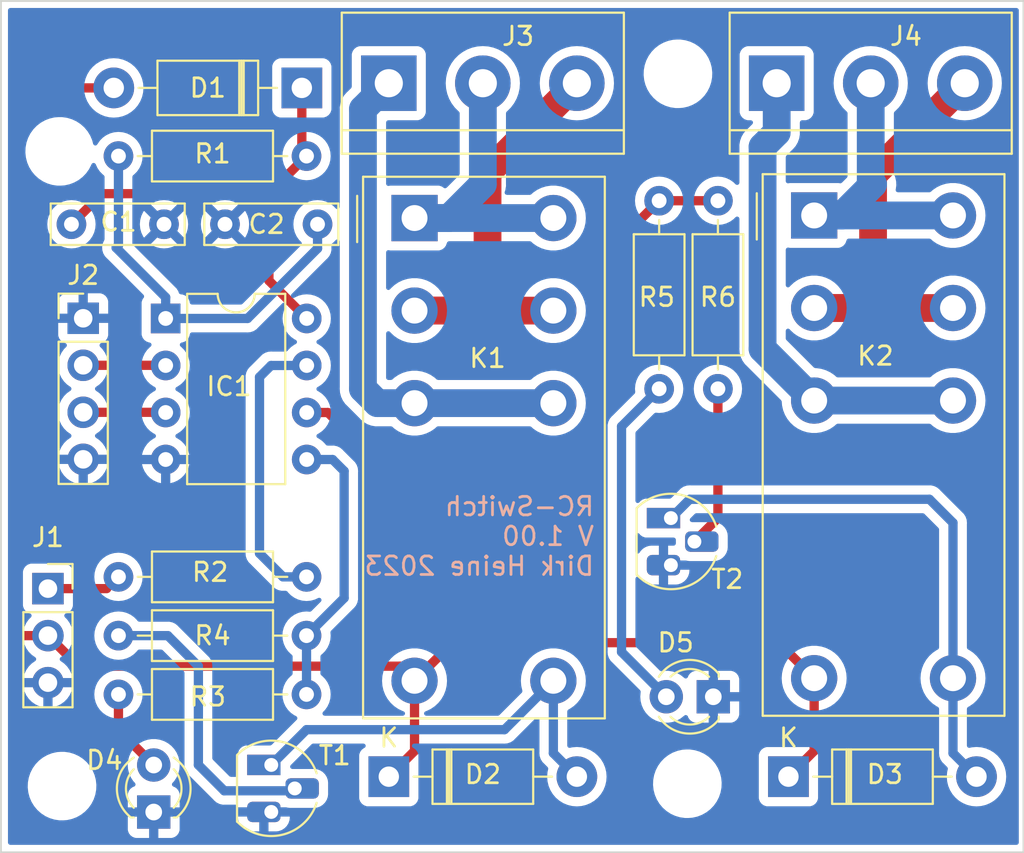
<source format=kicad_pcb>
(kicad_pcb (version 20221018) (generator pcbnew)
  (layers (0 "F.Cu" signal) (31 "B.Cu" signal) (34 "B.Paste" user) (35 "F.Paste" user) (36 "B.SilkS" user "B.Silkscreen") (37 "F.SilkS" user "F.Silkscreen") (38 "B.Mask" user) (39 "F.Mask" user) (44 "Edge.Cuts" user))
  (net 0 "")
  (net 1 "GND")
  (net 2 "Net-(IC1-~{RESET}{slash}PB5)")
  (net 3 "Net-(D1-A)")
  (net 4 "Net-(D2-A)")
  (net 5 "Net-(D3-A)")
  (net 6 "Net-(D4-A)")
  (net 7 "Net-(D5-A)")
  (net 8 "Net-(IC1-XTAL1{slash}PB3)")
  (net 9 "Net-(IC1-XTAL2{slash}PB4)")
  (net 10 "Net-(IC1-AREF{slash}PB0)")
  (net 11 "Net-(IC1-PB1)")
  (net 12 "Net-(IC1-PB2)")
  (net 13 "Net-(J1-Pin_1)")
  (net 14 "Net-(J3-Pin_1)")
  (net 15 "Net-(J3-Pin_2)")
  (net 16 "Net-(J3-Pin_3)")
  (net 17 "Net-(J4-Pin_1)")
  (net 18 "Net-(J4-Pin_2)")
  (net 19 "Net-(J4-Pin_3)")
  (net 20 "Net-(T1-B)")
  (net 21 "Net-(T2-B)")
  (net 22 "Net-(D1-K)")
  (footprint "Resistor_THT:R_Axial_DIN0207_L6.3mm_D2.5mm_P10.16mm_Horizontal" (layer "F.Cu") (at 34.29 59.055)
    (fp_text reference "R4" (at 5.08 0) (layer "F.SilkS"))
    (fp_text value "1k" hide)
    (fp_line (start 1.04 0) (end 1.81 0) (stroke (width 0.12)) (layer "F.SilkS"))
    (fp_line (start 1.81 -1.37) (end 1.81 1.37) (stroke (width 0.12)) (layer "F.SilkS"))
    (fp_line (start 1.81 1.37) (end 8.35 1.37) (stroke (width 0.12)) (layer "F.SilkS"))
    (fp_line (start 8.35 -1.37) (end 1.81 -1.37) (stroke (width 0.12)) (layer "F.SilkS"))
    (fp_line (start 8.35 1.37) (end 8.35 -1.37) (stroke (width 0.12)) (layer "F.SilkS"))
    (fp_line (start 9.12 0) (end 8.35 0) (stroke (width 0.12)) (layer "F.SilkS"))
    (pad "1" thru_hole circle (at 0 0) (size 1.6 1.6) (drill 0.8) (layers "*.Cu" "*.Mask") (net 20 "Net-(T1-B)"))
    (pad "2" thru_hole oval (at 10.16 0) (size 1.6 1.6) (drill 0.8) (layers "*.Cu" "*.Mask") (net 10 "Net-(IC1-AREF{slash}PB0)"))
  )
  (footprint "MountingHole:MountingHole_3.2mm_M3_ISO7380" (layer "F.Cu") (at 31.242 67.183)
    (fp_text reference "REF**" hide)
    (fp_text value "MountingHole_3.2mm_M3_ISO7380" hide)
    (pad "" np_thru_hole circle (at 0 0) (size 3.2 3.2) (drill 3.2) (layers "*.Cu" "*.Mask"))
  )
  (footprint "TerminalBlock:TerminalBlock_bornier-3_P5.08mm" (layer "F.Cu") (at 48.895 29.21)
    (fp_text reference "J3" (at 6.985 -2.54) (layer "F.SilkS"))
    (fp_text value "Screw_Terminal_01x03" hide)
    (fp_line (start -2.54 -3.81) (end 12.7 -3.81) (stroke (width 0.12)) (layer "F.SilkS"))
    (fp_line (start -2.54 2.54) (end 12.7 2.54) (stroke (width 0.12)) (layer "F.SilkS"))
    (fp_line (start -2.54 3.81) (end -2.54 -3.81) (stroke (width 0.12)) (layer "F.SilkS"))
    (fp_line (start -2.54 3.81) (end 12.7 3.81) (stroke (width 0.12)) (layer "F.SilkS"))
    (fp_line (start 12.7 3.81) (end 12.7 -3.81) (stroke (width 0.12)) (layer "F.SilkS"))
    (pad "1" thru_hole rect (at 0 0) (size 3 3) (drill 1.52) (layers "*.Cu" "*.Mask") (net 14 "Net-(J3-Pin_1)"))
    (pad "2" thru_hole circle (at 5.08 0) (size 3 3) (drill 1.52) (layers "*.Cu" "*.Mask") (net 15 "Net-(J3-Pin_2)"))
    (pad "3" thru_hole circle (at 10.16 0) (size 3 3) (drill 1.52) (layers "*.Cu" "*.Mask") (net 16 "Net-(J3-Pin_3)"))
  )
  (footprint "TerminalBlock:TerminalBlock_bornier-3_P5.08mm" (layer "F.Cu") (at 69.85 29.21)
    (fp_text reference "J4" (at 6.985 -2.54) (layer "F.SilkS"))
    (fp_text value "Screw_Terminal_01x03" hide)
    (fp_line (start -2.54 -3.81) (end 12.7 -3.81) (stroke (width 0.12)) (layer "F.SilkS"))
    (fp_line (start -2.54 2.54) (end 12.7 2.54) (stroke (width 0.12)) (layer "F.SilkS"))
    (fp_line (start -2.54 3.81) (end -2.54 -3.81) (stroke (width 0.12)) (layer "F.SilkS"))
    (fp_line (start -2.54 3.81) (end 12.7 3.81) (stroke (width 0.12)) (layer "F.SilkS"))
    (fp_line (start 12.7 3.81) (end 12.7 -3.81) (stroke (width 0.12)) (layer "F.SilkS"))
    (pad "1" thru_hole rect (at 0 0) (size 3 3) (drill 1.52) (layers "*.Cu" "*.Mask") (net 17 "Net-(J4-Pin_1)"))
    (pad "2" thru_hole circle (at 5.08 0) (size 3 3) (drill 1.52) (layers "*.Cu" "*.Mask") (net 18 "Net-(J4-Pin_2)"))
    (pad "3" thru_hole circle (at 10.16 0) (size 3 3) (drill 1.52) (layers "*.Cu" "*.Mask") (net 19 "Net-(J4-Pin_3)"))
  )
  (footprint "LED_THT:LED_D3.0mm" (layer "F.Cu") (at 66.426 62.357 180)
    (fp_text reference "D5" (at 2.032 2.921) (layer "F.SilkS"))
    (fp_text value "LED" hide)
    (fp_line (start -0.29 -1.236) (end -0.29 -1.08) (stroke (width 0.12)) (layer "F.SilkS"))
    (fp_line (start -0.29 1.08) (end -0.29 1.236) (stroke (width 0.12)) (layer "F.SilkS"))
    (fp_arc (start -0.29 -1.235516) (mid 1.366487 -1.987659) (end 2.942335 -1.078608) (stroke (width 0.12)) (layer "F.SilkS"))
    (fp_arc (start 0.229039 -1.08) (mid 1.270117 -1.5) (end 2.31113 -1.079837) (stroke (width 0.12)) (layer "F.SilkS"))
    (fp_arc (start 2.31113 1.079837) (mid 1.270117 1.5) (end 0.229039 1.08) (stroke (width 0.12)) (layer "F.SilkS"))
    (fp_arc (start 2.942335 1.078608) (mid 1.366487 1.987659) (end -0.29 1.235516) (stroke (width 0.12)) (layer "F.SilkS"))
    (pad "1" thru_hole rect (at 0 0 180) (size 1.8 1.8) (drill 0.9) (layers "*.Cu" "*.Mask") (net 1 "GND"))
    (pad "2" thru_hole circle (at 2.54 0 180) (size 1.8 1.8) (drill 0.9) (layers "*.Cu" "*.Mask") (net 7 "Net-(D5-A)"))
  )
  (footprint "Diode_THT:D_DO-41_SOD81_P10.16mm_Horizontal" (layer "F.Cu") (at 48.895 66.675)
    (fp_text reference "D2" (at 5.08 -0.127) (layer "F.SilkS"))
    (fp_text value "1N4001" hide)
    (fp_text user "K" (at 0 -2.1) (layer "F.SilkS"))
    (fp_line (start 1.34 0) (end 2.36 0) (stroke (width 0.12)) (layer "F.SilkS"))
    (fp_line (start 2.36 -1.47) (end 2.36 1.47) (stroke (width 0.12)) (layer "F.SilkS"))
    (fp_line (start 2.36 1.47) (end 7.8 1.47) (stroke (width 0.12)) (layer "F.SilkS"))
    (fp_line (start 3.14 -1.47) (end 3.14 1.47) (stroke (width 0.12)) (layer "F.SilkS"))
    (fp_line (start 3.26 -1.47) (end 3.26 1.47) (stroke (width 0.12)) (layer "F.SilkS"))
    (fp_line (start 3.38 -1.47) (end 3.38 1.47) (stroke (width 0.12)) (layer "F.SilkS"))
    (fp_line (start 7.8 -1.47) (end 2.36 -1.47) (stroke (width 0.12)) (layer "F.SilkS"))
    (fp_line (start 7.8 1.47) (end 7.8 -1.47) (stroke (width 0.12)) (layer "F.SilkS"))
    (fp_line (start 8.82 0) (end 7.8 0) (stroke (width 0.12)) (layer "F.SilkS"))
    (pad "1" thru_hole rect (at 0 0) (size 2.2 2.2) (drill 1.1) (layers "*.Cu" "*.Mask") (net 3 "Net-(D1-A)"))
    (pad "2" thru_hole oval (at 10.16 0) (size 2.2 2.2) (drill 1.1) (layers "*.Cu" "*.Mask") (net 4 "Net-(D2-A)"))
  )
  (footprint "Package_TO_SOT_THT:TO-92L_HandSolder" (layer "F.Cu") (at 42.545 66.04 -90)
    (fp_text reference "T1" (at -0.508 -3.429) (layer "F.SilkS"))
    (fp_text value "BC547" hide)
    (fp_line (start -0.53 1.85) (end 3.07 1.85) (stroke (width 0.12)) (layer "F.SilkS"))
    (fp_arc (start -0.541453 1.842156) (mid -1.247298 -0.581475) (end 0.45 -2.45) (stroke (width 0.12)) (layer "F.SilkS"))
    (fp_arc (start 2.05 -2.45) (mid 3.769931 -0.601036) (end 3.078445 1.827684) (stroke (width 0.12)) (layer "F.SilkS"))
    (pad "1" thru_hole rect (at 0 0 270) (size 1.1 1.8) (drill 0.75 (offset 0 0.4)) (layers "*.Cu" "*.Mask") (net 4 "Net-(D2-A)"))
    (pad "2" thru_hole roundrect (at 1.27 -1.27 270) (size 1.1 1.8) (drill 0.75 (offset 0 -0.4)) (layers "*.Cu" "*.Mask") (net 20 "Net-(T1-B)"))
    (pad "3" thru_hole roundrect (at 2.54 0 270) (size 1.1 1.8) (drill 0.75 (offset 0 0.4)) (layers "*.Cu" "*.Mask") (net 1 "GND"))
  )
  (footprint "Package_DIP:DIP-8_W7.62mm" (layer "F.Cu") (at 36.84 41.92)
    (fp_text reference "IC1" (at 3.419 3.673) (layer "F.SilkS"))
    (fp_text value "ATtiny85-20P")
    (fp_line (start 1.16 -1.33) (end 1.16 8.95) (stroke (width 0.12)) (layer "F.SilkS"))
    (fp_line (start 1.16 8.95) (end 6.46 8.95) (stroke (width 0.12)) (layer "F.SilkS"))
    (fp_line (start 2.81 -1.33) (end 1.16 -1.33) (stroke (width 0.12)) (layer "F.SilkS"))
    (fp_line (start 6.46 -1.33) (end 4.81 -1.33) (stroke (width 0.12)) (layer "F.SilkS"))
    (fp_line (start 6.46 8.95) (end 6.46 -1.33) (stroke (width 0.12)) (layer "F.SilkS"))
    (fp_arc (start 4.81 -1.33) (mid 3.81 -0.33) (end 2.81 -1.33) (stroke (width 0.12)) (layer "F.SilkS"))
    (pad "1" thru_hole rect (at 0 0) (size 1.6 1.6) (drill 0.8) (layers "*.Cu" "*.Mask") (net 2 "Net-(IC1-~{RESET}{slash}PB5)"))
    (pad "2" thru_hole oval (at 0 2.54) (size 1.6 1.6) (drill 0.8) (layers "*.Cu" "*.Mask") (net 8 "Net-(IC1-XTAL1{slash}PB3)"))
    (pad "3" thru_hole oval (at 0 5.08) (size 1.6 1.6) (drill 0.8) (layers "*.Cu" "*.Mask") (net 9 "Net-(IC1-XTAL2{slash}PB4)"))
    (pad "4" thru_hole oval (at 0 7.62) (size 1.6 1.6) (drill 0.8) (layers "*.Cu" "*.Mask") (net 1 "GND"))
    (pad "5" thru_hole oval (at 7.62 7.62) (size 1.6 1.6) (drill 0.8) (layers "*.Cu" "*.Mask") (net 10 "Net-(IC1-AREF{slash}PB0)"))
    (pad "6" thru_hole oval (at 7.62 5.08) (size 1.6 1.6) (drill 0.8) (layers "*.Cu" "*.Mask") (net 11 "Net-(IC1-PB1)"))
    (pad "7" thru_hole oval (at 7.62 2.54) (size 1.6 1.6) (drill 0.8) (layers "*.Cu" "*.Mask") (net 12 "Net-(IC1-PB2)"))
    (pad "8" thru_hole oval (at 7.62 0) (size 1.6 1.6) (drill 0.8) (layers "*.Cu" "*.Mask") (net 22 "Net-(D1-K)"))
  )
  (footprint "LED_THT:LED_D3.0mm" (layer "F.Cu") (at 36.195 68.585 90)
    (fp_text reference "D4" (at 2.799 -2.667) (layer "F.SilkS"))
    (fp_text value "LED" hide)
    (fp_line (start -0.29 -1.236) (end -0.29 -1.08) (stroke (width 0.12)) (layer "F.SilkS"))
    (fp_line (start -0.29 1.08) (end -0.29 1.236) (stroke (width 0.12)) (layer "F.SilkS"))
    (fp_arc (start -0.29 -1.235516) (mid 1.366487 -1.987659) (end 2.942335 -1.078608) (stroke (width 0.12)) (layer "F.SilkS"))
    (fp_arc (start 0.229039 -1.08) (mid 1.270117 -1.5) (end 2.31113 -1.079837) (stroke (width 0.12)) (layer "F.SilkS"))
    (fp_arc (start 2.31113 1.079837) (mid 1.270117 1.5) (end 0.229039 1.08) (stroke (width 0.12)) (layer "F.SilkS"))
    (fp_arc (start 2.942335 1.078608) (mid 1.366487 1.987659) (end -0.29 1.235516) (stroke (width 0.12)) (layer "F.SilkS"))
    (pad "1" thru_hole rect (at 0 0 90) (size 1.8 1.8) (drill 0.9) (layers "*.Cu" "*.Mask") (net 1 "GND"))
    (pad "2" thru_hole circle (at 2.54 0 90) (size 1.8 1.8) (drill 0.9) (layers "*.Cu" "*.Mask") (net 6 "Net-(D4-A)"))
  )
  (footprint "MountingHole:MountingHole_3.2mm_M3_ISO7380" (layer "F.Cu") (at 64.516 28.702)
    (fp_text reference "REF**" hide)
    (fp_text value "MountingHole_3.2mm_M3_ISO7380" hide)
    (pad "" np_thru_hole circle (at 0 0) (size 3.2 3.2) (drill 3.2) (layers "*.Cu" "*.Mask"))
  )
  (footprint "Relay_THT:Relay_DPDT_Fujitsu_FTR-F1C" (layer "F.Cu") (at 71.875 36.355)
    (fp_text reference "K2" (at 3.309 7.587) (layer "F.SilkS"))
    (fp_text value "FTR-F1C" hide)
    (fp_line (start -3.1 -1.2) (end -3.1 1.3) (stroke (width 0.12)) (layer "F.SilkS"))
    (fp_line (start -2.78 -2.23) (end 10.28 -2.23) (stroke (width 0.12)) (layer "F.SilkS"))
    (fp_line (start -2.78 27.03) (end -2.78 -2.23) (stroke (width 0.12)) (layer "F.SilkS"))
    (fp_line (start 10.28 -2.23) (end 10.28 27.03) (stroke (width 0.12)) (layer "F.SilkS"))
    (fp_line (start 10.28 27.03) (end -2.78 27.03) (stroke (width 0.12)) (layer "F.SilkS"))
    (pad "1" thru_hole rect (at 0 0 270) (size 2.5 2.5) (drill 1.4) (layers "*.Cu" "*.Mask") (net 18 "Net-(J4-Pin_2)"))
    (pad "2" thru_hole circle (at 0 5 270) (size 2.5 2.5) (drill 1.4) (layers "*.Cu" "*.Mask") (net 19 "Net-(J4-Pin_3)"))
    (pad "3" thru_hole circle (at 0 10 270) (size 2.5 2.5) (drill 1.4) (layers "*.Cu" "*.Mask") (net 17 "Net-(J4-Pin_1)"))
    (pad "4" thru_hole circle (at 0 25 270) (size 2.5 2.5) (drill 1.4) (layers "*.Cu" "*.Mask") (net 3 "Net-(D1-A)"))
    (pad "5" thru_hole circle (at 7.5 25 270) (size 2.5 2.5) (drill 1.4) (layers "*.Cu" "*.Mask") (net 5 "Net-(D3-A)"))
    (pad "6" thru_hole circle (at 7.5 10 270) (size 2.5 2.5) (drill 1.4) (layers "*.Cu" "*.Mask") (net 17 "Net-(J4-Pin_1)"))
    (pad "7" thru_hole circle (at 7.5 5 270) (size 2.5 2.5) (drill 1.4) (layers "*.Cu" "*.Mask") (net 19 "Net-(J4-Pin_3)"))
    (pad "8" thru_hole circle (at 7.5 0 270) (size 2.5 2.5) (drill 1.4) (layers "*.Cu" "*.Mask") (net 18 "Net-(J4-Pin_2)"))
  )
  (footprint "Diode_THT:D_DO-41_SOD81_P10.16mm_Horizontal" (layer "F.Cu") (at 70.485 66.675)
    (fp_text reference "D3" (at 5.207 -0.127) (layer "F.SilkS"))
    (fp_text value "1N4001" hide)
    (fp_text user "K" (at 0 -2.1) (layer "F.SilkS"))
    (fp_line (start 1.34 0) (end 2.36 0) (stroke (width 0.12)) (layer "F.SilkS"))
    (fp_line (start 2.36 -1.47) (end 2.36 1.47) (stroke (width 0.12)) (layer "F.SilkS"))
    (fp_line (start 2.36 1.47) (end 7.8 1.47) (stroke (width 0.12)) (layer "F.SilkS"))
    (fp_line (start 3.14 -1.47) (end 3.14 1.47) (stroke (width 0.12)) (layer "F.SilkS"))
    (fp_line (start 3.26 -1.47) (end 3.26 1.47) (stroke (width 0.12)) (layer "F.SilkS"))
    (fp_line (start 3.38 -1.47) (end 3.38 1.47) (stroke (width 0.12)) (layer "F.SilkS"))
    (fp_line (start 7.8 -1.47) (end 2.36 -1.47) (stroke (width 0.12)) (layer "F.SilkS"))
    (fp_line (start 7.8 1.47) (end 7.8 -1.47) (stroke (width 0.12)) (layer "F.SilkS"))
    (fp_line (start 8.82 0) (end 7.8 0) (stroke (width 0.12)) (layer "F.SilkS"))
    (pad "1" thru_hole rect (at 0 0) (size 2.2 2.2) (drill 1.1) (layers "*.Cu" "*.Mask") (net 3 "Net-(D1-A)"))
    (pad "2" thru_hole oval (at 10.16 0) (size 2.2 2.2) (drill 1.1) (layers "*.Cu" "*.Mask") (net 5 "Net-(D3-A)"))
  )
  (footprint "Package_TO_SOT_THT:TO-92L_HandSolder" (layer "F.Cu") (at 64.135 52.705 -90)
    (fp_text reference "T2" (at 3.302 -3.048) (layer "F.SilkS"))
    (fp_text value "BC547" hide)
    (fp_line (start -0.53 1.85) (end 3.07 1.85) (stroke (width 0.12)) (layer "F.SilkS"))
    (fp_arc (start -0.541453 1.842156) (mid -1.247298 -0.581475) (end 0.45 -2.45) (stroke (width 0.12)) (layer "F.SilkS"))
    (fp_arc (start 2.05 -2.45) (mid 3.769931 -0.601036) (end 3.078445 1.827684) (stroke (width 0.12)) (layer "F.SilkS"))
    (pad "1" thru_hole rect (at 0 0 270) (size 1.1 1.8) (drill 0.75 (offset 0 0.4)) (layers "*.Cu" "*.Mask") (net 5 "Net-(D3-A)"))
    (pad "2" thru_hole roundrect (at 1.27 -1.27 270) (size 1.1 1.8) (drill 0.75 (offset 0 -0.4)) (layers "*.Cu" "*.Mask") (net 21 "Net-(T2-B)"))
    (pad "3" thru_hole roundrect (at 2.54 0 270) (size 1.1 1.8) (drill 0.75 (offset 0 0.4)) (layers "*.Cu" "*.Mask") (net 1 "GND"))
  )
  (footprint "Resistor_THT:R_Axial_DIN0207_L6.3mm_D2.5mm_P10.16mm_Horizontal" (layer "F.Cu") (at 63.5 45.72 90)
    (fp_text reference "R5" (at 4.953 -0.127) (layer "F.SilkS"))
    (fp_text value "680" hide)
    (fp_line (start 1.04 0) (end 1.81 0) (stroke (width 0.12)) (layer "F.SilkS"))
    (fp_line (start 1.81 -1.37) (end 1.81 1.37) (stroke (width 0.12)) (layer "F.SilkS"))
    (fp_line (start 1.81 1.37) (end 8.35 1.37) (stroke (width 0.12)) (layer "F.SilkS"))
    (fp_line (start 8.35 -1.37) (end 1.81 -1.37) (stroke (width 0.12)) (layer "F.SilkS"))
    (fp_line (start 8.35 1.37) (end 8.35 -1.37) (stroke (width 0.12)) (layer "F.SilkS"))
    (fp_line (start 9.12 0) (end 8.35 0) (stroke (width 0.12)) (layer "F.SilkS"))
    (pad "1" thru_hole circle (at 0 0 90) (size 1.6 1.6) (drill 0.8) (layers "*.Cu" "*.Mask") (net 7 "Net-(D5-A)"))
    (pad "2" thru_hole oval (at 10.16 0 90) (size 1.6 1.6) (drill 0.8) (layers "*.Cu" "*.Mask") (net 11 "Net-(IC1-PB1)"))
  )
  (footprint "Resistor_THT:R_Axial_DIN0207_L6.3mm_D2.5mm_P10.16mm_Horizontal" (layer "F.Cu") (at 34.29 62.23)
    (fp_text reference "R3" (at 4.826 0.127) (layer "F.SilkS"))
    (fp_text value "680" hide)
    (fp_line (start 1.04 0) (end 1.81 0) (stroke (width 0.12)) (layer "F.SilkS"))
    (fp_line (start 1.81 -1.37) (end 1.81 1.37) (stroke (width 0.12)) (layer "F.SilkS"))
    (fp_line (start 1.81 1.37) (end 8.35 1.37) (stroke (width 0.12)) (layer "F.SilkS"))
    (fp_line (start 8.35 -1.37) (end 1.81 -1.37) (stroke (width 0.12)) (layer "F.SilkS"))
    (fp_line (start 8.35 1.37) (end 8.35 -1.37) (stroke (width 0.12)) (layer "F.SilkS"))
    (fp_line (start 9.12 0) (end 8.35 0) (stroke (width 0.12)) (layer "F.SilkS"))
    (pad "1" thru_hole circle (at 0 0) (size 1.6 1.6) (drill 0.8) (layers "*.Cu" "*.Mask") (net 6 "Net-(D4-A)"))
    (pad "2" thru_hole oval (at 10.16 0) (size 1.6 1.6) (drill 0.8) (layers "*.Cu" "*.Mask") (net 10 "Net-(IC1-AREF{slash}PB0)"))
  )
  (footprint "MountingHole:MountingHole_3.2mm_M3_ISO7380" (layer "F.Cu") (at 65.024 67.056)
    (fp_text reference "REF**" hide)
    (fp_text value "MountingHole_3.2mm_M3_ISO7380" hide)
    (pad "" np_thru_hole circle (at 0 0) (size 3.2 3.2) (drill 3.2) (layers "F&B.Cu" "*.Mask"))
  )
  (footprint "Connector_PinHeader_2.54mm:PinHeader_1x04_P2.54mm_Vertical" (layer "F.Cu") (at 32.385 41.91)
    (fp_text reference "J2" (at 0 -2.33) (layer "F.SilkS"))
    (fp_text value "~")
    (fp_line (start -1.33 -1.33) (end 0 -1.33) (stroke (width 0.12)) (layer "F.SilkS"))
    (fp_line (start -1.33 0) (end -1.33 -1.33) (stroke (width 0.12)) (layer "F.SilkS"))
    (fp_line (start -1.33 1.27) (end -1.33 8.95) (stroke (width 0.12)) (layer "F.SilkS"))
    (fp_line (start -1.33 1.27) (end 1.33 1.27) (stroke (width 0.12)) (layer "F.SilkS"))
    (fp_line (start -1.33 8.95) (end 1.33 8.95) (stroke (width 0.12)) (layer "F.SilkS"))
    (fp_line (start 1.33 1.27) (end 1.33 8.95) (stroke (width 0.12)) (layer "F.SilkS"))
    (pad "1" thru_hole rect (at 0 0) (size 1.7 1.7) (drill 1) (layers "*.Cu" "*.Mask") (net 1 "GND"))
    (pad "2" thru_hole oval (at 0 2.54) (size 1.7 1.7) (drill 1) (layers "*.Cu" "*.Mask") (net 8 "Net-(IC1-XTAL1{slash}PB3)"))
    (pad "3" thru_hole oval (at 0 5.08) (size 1.7 1.7) (drill 1) (layers "*.Cu" "*.Mask") (net 9 "Net-(IC1-XTAL2{slash}PB4)"))
    (pad "4" thru_hole oval (at 0 7.62) (size 1.7 1.7) (drill 1) (layers "*.Cu" "*.Mask") (net 1 "GND"))
  )
  (footprint "Capacitor_THT:C_Rect_L7.0mm_W2.0mm_P5.00mm" (layer "F.Cu") (at 45.045 36.83 180)
    (fp_text reference "C2" (at 2.754 0) (layer "F.SilkS"))
    (fp_text value "100nF" hide)
    (fp_line (start -1.12 -1.12) (end -1.12 1.12) (stroke (width 0.12)) (layer "F.SilkS"))
    (fp_line (start -1.12 -1.12) (end 6.12 -1.12) (stroke (width 0.12)) (layer "F.SilkS"))
    (fp_line (start -1.12 1.12) (end 6.12 1.12) (stroke (width 0.12)) (layer "F.SilkS"))
    (fp_line (start 6.12 -1.12) (end 6.12 1.12) (stroke (width 0.12)) (layer "F.SilkS"))
    (pad "1" thru_hole circle (at 0 0 180) (size 1.6 1.6) (drill 0.8) (layers "*.Cu" "*.Mask") (net 2 "Net-(IC1-~{RESET}{slash}PB5)"))
    (pad "2" thru_hole circle (at 5 0 180) (size 1.6 1.6) (drill 0.8) (layers "*.Cu" "*.Mask") (net 1 "GND"))
  )
  (footprint "" (layer "F.Cu") (at 31.115 32.893)
    (fp_text reference "" (at 0 0) (layer "F.SilkS") (effects (font (size 1.27 1.27))))
    (fp_text value "" (at 0 0) (layer "F.SilkS") (effects (font (size 1.27 1.27))))
    (pad "" np_thru_hole circle (at 0 0) (size 3.2 3.2) (drill 3.2) (layers "F&B.Cu" "*.Mask"))
  )
  (footprint "Resistor_THT:R_Axial_DIN0207_L6.3mm_D2.5mm_P10.16mm_Horizontal" (layer "F.Cu") (at 34.29 33.147)
    (fp_text reference "R1" (at 5.08 -0.127) (layer "F.SilkS"))
    (fp_text value "10k" hide)
    (fp_line (start 1.04 0) (end 1.81 0) (stroke (width 0.12)) (layer "F.SilkS"))
    (fp_line (start 1.81 -1.37) (end 1.81 1.37) (stroke (width 0.12)) (layer "F.SilkS"))
    (fp_line (start 1.81 1.37) (end 8.35 1.37) (stroke (width 0.12)) (layer "F.SilkS"))
    (fp_line (start 8.35 -1.37) (end 1.81 -1.37) (stroke (width 0.12)) (layer "F.SilkS"))
    (fp_line (start 8.35 1.37) (end 8.35 -1.37) (stroke (width 0.12)) (layer "F.SilkS"))
    (fp_line (start 9.12 0) (end 8.35 0) (stroke (width 0.12)) (layer "F.SilkS"))
    (pad "1" thru_hole circle (at 0 0) (size 1.6 1.6) (drill 0.8) (layers "*.Cu" "*.Mask") (net 2 "Net-(IC1-~{RESET}{slash}PB5)"))
    (pad "2" thru_hole oval (at 10.16 0) (size 1.6 1.6) (drill 0.8) (layers "*.Cu" "*.Mask") (net 22 "Net-(D1-K)"))
  )
  (footprint "Capacitor_THT:C_Rect_L7.0mm_W2.0mm_P5.00mm" (layer "F.Cu") (at 31.75 36.83)
    (fp_text reference "C1" (at 2.54 -0.127) (layer "F.SilkS"))
    (fp_text value "100nF" hide)
    (fp_line (start -1.12 -1.12) (end -1.12 1.12) (stroke (width 0.12)) (layer "F.SilkS"))
    (fp_line (start -1.12 -1.12) (end 6.12 -1.12) (stroke (width 0.12)) (layer "F.SilkS"))
    (fp_line (start -1.12 1.12) (end 6.12 1.12) (stroke (width 0.12)) (layer "F.SilkS"))
    (fp_line (start 6.12 -1.12) (end 6.12 1.12) (stroke (width 0.12)) (layer "F.SilkS"))
    (pad "1" thru_hole circle (at 0 0) (size 1.6 1.6) (drill 0.8) (layers "*.Cu" "*.Mask") (net 22 "Net-(D1-K)"))
    (pad "2" thru_hole circle (at 5 0) (size 1.6 1.6) (drill 0.8) (layers "*.Cu" "*.Mask") (net 1 "GND"))
  )
  (footprint "Connector_PinSocket_2.54mm:PinSocket_1x03_P2.54mm_Vertical" (layer "F.Cu") (at 30.48 56.515)
    (fp_text reference "J1" (at 0 -2.77) (layer "F.SilkS"))
    (fp_text value "Conn_01x03_Pin" hide)
    (fp_line (start -1.33 1.27) (end -1.33 6.41) (stroke (width 0.12)) (layer "F.SilkS"))
    (fp_line (start -1.33 1.27) (end 1.33 1.27) (stroke (width 0.12)) (layer "F.SilkS"))
    (fp_line (start -1.33 6.41) (end 1.33 6.41) (stroke (width 0.12)) (layer "F.SilkS"))
    (fp_line (start 0 -1.33) (end 1.33 -1.33) (stroke (width 0.12)) (layer "F.SilkS"))
    (fp_line (start 1.33 -1.33) (end 1.33 0) (stroke (width 0.12)) (layer "F.SilkS"))
    (fp_line (start 1.33 1.27) (end 1.33 6.41) (stroke (width 0.12)) (layer "F.SilkS"))
    (pad "1" thru_hole rect (at 0 0) (size 1.7 1.7) (drill 1) (layers "*.Cu" "*.Mask") (net 13 "Net-(J1-Pin_1)"))
    (pad "2" thru_hole oval (at 0 2.54) (size 1.7 1.7) (drill 1) (layers "*.Cu" "*.Mask") (net 3 "Net-(D1-A)"))
    (pad "3" thru_hole oval (at 0 5.08) (size 1.7 1.7) (drill 1) (layers "*.Cu" "*.Mask") (net 1 "GND"))
  )
  (footprint "Diode_THT:D_DO-41_SOD81_P10.16mm_Horizontal" (layer "F.Cu") (at 44.196 29.464 180)
    (fp_text reference "D1" (at 5.08 0) (layer "F.SilkS"))
    (fp_text value "1N4001" hide)
    (fp_line (start 1.34 0) (end 2.36 0) (stroke (width 0.12)) (layer "F.SilkS"))
    (fp_line (start 2.36 -1.47) (end 2.36 1.47) (stroke (width 0.12)) (layer "F.SilkS"))
    (fp_line (start 2.36 1.47) (end 7.8 1.47) (stroke (width 0.12)) (layer "F.SilkS"))
    (fp_line (start 3.14 -1.47) (end 3.14 1.47) (stroke (width 0.12)) (layer "F.SilkS"))
    (fp_line (start 3.26 -1.47) (end 3.26 1.47) (stroke (width 0.12)) (layer "F.SilkS"))
    (fp_line (start 3.38 -1.47) (end 3.38 1.47) (stroke (width 0.12)) (layer "F.SilkS"))
    (fp_line (start 7.8 -1.47) (end 2.36 -1.47) (stroke (width 0.12)) (layer "F.SilkS"))
    (fp_line (start 7.8 1.47) (end 7.8 -1.47) (stroke (width 0.12)) (layer "F.SilkS"))
    (fp_line (start 8.82 0) (end 7.8 0) (stroke (width 0.12)) (layer "F.SilkS"))
    (pad "1" thru_hole rect (at 0 0 180) (size 2.2 2.2) (drill 1.1) (layers "*.Cu" "*.Mask") (net 22 "Net-(D1-K)"))
    (pad "2" thru_hole oval (at 10.16 0 180) (size 2.2 2.2) (drill 1.1) (layers "*.Cu" "*.Mask") (net 3 "Net-(D1-A)"))
  )
  (footprint "Resistor_THT:R_Axial_DIN0207_L6.3mm_D2.5mm_P10.16mm_Horizontal" (layer "F.Cu") (at 66.675 35.56 -90)
    (fp_text reference "R6" (at 5.207 0) (layer "F.SilkS"))
    (fp_text value "1k" hide)
    (fp_line (start 1.04 0) (end 1.81 0) (stroke (width 0.12)) (layer "F.SilkS"))
    (fp_line (start 1.81 -1.37) (end 1.81 1.37) (stroke (width 0.12)) (layer "F.SilkS"))
    (fp_line (start 1.81 1.37) (end 8.35 1.37) (stroke (width 0.12)) (layer "F.SilkS"))
    (fp_line (start 8.35 -1.37) (end 1.81 -1.37) (stroke (width 0.12)) (layer "F.SilkS"))
    (fp_line (start 8.35 1.37) (end 8.35 -1.37) (stroke (width 0.12)) (layer "F.SilkS"))
    (fp_line (start 9.12 0) (end 8.35 0) (stroke (width 0.12)) (layer "F.SilkS"))
    (pad "1" thru_hole circle (at 0 0 270) (size 1.6 1.6) (drill 0.8) (layers "*.Cu" "*.Mask") (net 11 "Net-(IC1-PB1)"))
    (pad "2" thru_hole oval (at 10.16 0 270) (size 1.6 1.6) (drill 0.8) (layers "*.Cu" "*.Mask") (net 21 "Net-(T2-B)"))
  )
  (footprint "Resistor_THT:R_Axial_DIN0207_L6.3mm_D2.5mm_P10.16mm_Horizontal" (layer "F.Cu") (at 34.29 55.88)
    (fp_text reference "R2" (at 4.953 -0.254) (layer "F.SilkS"))
    (fp_text value "1k" hide)
    (fp_line (start 1.04 0) (end 1.81 0) (stroke (width 0.12)) (layer "F.SilkS"))
    (fp_line (start 1.81 -1.37) (end 1.81 1.37) (stroke (width 0.12)) (layer "F.SilkS"))
    (fp_line (start 1.81 1.37) (end 8.35 1.37) (stroke (width 0.12)) (layer "F.SilkS"))
    (fp_line (start 8.35 -1.37) (end 1.81 -1.37) (stroke (width 0.12)) (layer "F.SilkS"))
    (fp_line (start 8.35 1.37) (end 8.35 -1.37) (stroke (width 0.12)) (layer "F.SilkS"))
    (fp_line (start 9.12 0) (end 8.35 0) (stroke (width 0.12)) (layer "F.SilkS"))
    (pad "1" thru_hole circle (at 0 0) (size 1.6 1.6) (drill 0.8) (layers "*.Cu" "*.Mask") (net 13 "Net-(J1-Pin_1)"))
    (pad "2" thru_hole oval (at 10.16 0) (size 1.6 1.6) (drill 0.8) (layers "*.Cu" "*.Mask") (net 12 "Net-(IC1-PB2)"))
  )
  (footprint "Relay_THT:Relay_DPDT_Fujitsu_FTR-F1C" (layer "F.Cu") (at 50.285 36.495)
    (fp_text reference "K1" (at 3.944 7.574) (layer "F.SilkS"))
    (fp_text value "FTR-F1C" hide)
    (fp_line (start -3.1 -1.2) (end -3.1 1.3) (stroke (width 0.12)) (layer "F.SilkS"))
    (fp_line (start -2.78 -2.23) (end 10.28 -2.23) (stroke (width 0.12)) (layer "F.SilkS"))
    (fp_line (start -2.78 27.03) (end -2.78 -2.23) (stroke (width 0.12)) (layer "F.SilkS"))
    (fp_line (start 10.28 -2.23) (end 10.28 27.03) (stroke (width 0.12)) (layer "F.SilkS"))
    (fp_line (start 10.28 27.03) (end -2.78 27.03) (stroke (width 0.12)) (layer "F.SilkS"))
    (pad "1" thru_hole rect (at 0 0 270) (size 2.5 2.5) (drill 1.4) (layers "*.Cu" "*.Mask") (net 15 "Net-(J3-Pin_2)"))
    (pad "2" thru_hole circle (at 0 5 270) (size 2.5 2.5) (drill 1.4) (layers "*.Cu" "*.Mask") (net 16 "Net-(J3-Pin_3)"))
    (pad "3" thru_hole circle (at 0 10 270) (size 2.5 2.5) (drill 1.4) (layers "*.Cu" "*.Mask") (net 14 "Net-(J3-Pin_1)"))
    (pad "4" thru_hole circle (at 0 25 270) (size 2.5 2.5) (drill 1.4) (layers "*.Cu" "*.Mask") (net 3 "Net-(D1-A)"))
    (pad "5" thru_hole circle (at 7.5 25 270) (size 2.5 2.5) (drill 1.4) (layers "*.Cu" "*.Mask") (net 4 "Net-(D2-A)"))
    (pad "6" thru_hole circle (at 7.5 10 270) (size 2.5 2.5) (drill 1.4) (layers "*.Cu" "*.Mask") (net 14 "Net-(J3-Pin_1)"))
    (pad "7" thru_hole circle (at 7.5 5 270) (size 2.5 2.5) (drill 1.4) (layers "*.Cu" "*.Mask") (net 16 "Net-(J3-Pin_3)"))
    (pad "8" thru_hole circle (at 7.5 0 270) (size 2.5 2.5) (drill 1.4) (layers "*.Cu" "*.Mask") (net 15 "Net-(J3-Pin_2)"))
  )
  (gr_rect (start 27.94 24.765) (end 83.185 70.764104) (stroke (width 0.1)) (fill none) (layer "Edge.Cuts"))
  (gr_text "RC-Switch\nV 1.00\nDirk Heine 2023" (at 60.071 55.88) (layer "B.SilkS") (effects (font (size 1 1)) (justify left bottom mirror)))
  (segment (start 32.385 41.195) (end 32.385 41.91) (width 0.5) (layer "F.Cu") (net 1))
  (segment (start 36.83 49.53) (end 36.84 49.54) (width 0.5) (layer "F.Cu") (net 1))
  (segment (start 42.54 68.585) (end 42.545 68.58) (width 0.5) (layer "B.Cu") (net 1))
  (segment (start 41.265 41.92) (end 36.84 41.92) (width 0.5) (layer "B.Cu") (net 2))
  (segment (start 36.84 41.92) (end 36.84 40.777) (width 0.5) (layer "B.Cu") (net 2))
  (segment (start 36.84 40.777) (end 34.163 38.1) (width 0.5) (layer "B.Cu") (net 2))
  (segment (start 34.163 38.1) (end 34.29 37.973) (width 0.5) (layer "B.Cu") (net 2))
  (segment (start 45.045 38.14) (end 41.265 41.92) (width 0.5) (layer "B.Cu") (net 2))
  (segment (start 45.045 36.83) (end 45.045 38.14) (width 0.5) (layer "B.Cu") (net 2))
  (segment (start 34.29 37.973) (end 34.29 33.147) (width 0.5) (layer "B.Cu") (net 2))
  (segment (start 50.285 65.285) (end 48.895 66.675) (width 0.5) (layer "F.Cu") (net 3))
  (segment (start 50.285 61.495) (end 50.285 65.285) (width 0.5) (layer "F.Cu") (net 3))
  (segment (start 28.956 59.055) (end 30.48 59.055) (width 0.5) (layer "F.Cu") (net 3))
  (segment (start 50.285 61.495) (end 52.344 59.436) (width 0.5) (layer "F.Cu") (net 3))
  (segment (start 28.575 30.734) (end 28.575 58.674) (width 0.5) (layer "F.Cu") (net 3))
  (segment (start 30.48 59.055) (end 32.131 60.706) (width 0.5) (layer "F.Cu") (net 3))
  (segment (start 29.845 29.464) (end 28.575 30.734) (width 0.5) (layer "F.Cu") (net 3))
  (segment (start 34.036 29.464) (end 29.845 29.464) (width 0.5) (layer "F.Cu") (net 3))
  (segment (start 32.131 60.706) (end 49.496 60.706) (width 0.5) (layer "F.Cu") (net 3))
  (segment (start 28.575 58.674) (end 28.956 59.055) (width 0.5) (layer "F.Cu") (net 3))
  (segment (start 71.875 61.355) (end 71.875 65.285) (width 0.5) (layer "F.Cu") (net 3))
  (segment (start 49.496 60.706) (end 50.285 61.495) (width 0.5) (layer "F.Cu") (net 3))
  (segment (start 69.956 59.436) (end 71.875 61.355) (width 0.5) (layer "F.Cu") (net 3))
  (segment (start 52.344 59.436) (end 69.956 59.436) (width 0.5) (layer "F.Cu") (net 3))
  (segment (start 71.875 65.285) (end 70.485 66.675) (width 0.5) (layer "F.Cu") (net 3))
  (segment (start 57.785 65.405) (end 59.055 66.675) (width 0.5) (layer "B.Cu") (net 4))
  (segment (start 44.45 64.135) (end 55.145 64.135) (width 0.5) (layer "B.Cu") (net 4))
  (segment (start 55.145 64.135) (end 57.785 61.495) (width 0.5) (layer "B.Cu") (net 4))
  (segment (start 42.545 66.04) (end 44.45 64.135) (width 0.5) (layer "B.Cu") (net 4))
  (segment (start 57.785 61.495) (end 57.785 65.405) (width 0.5) (layer "B.Cu") (net 4))
  (segment (start 79.375 61.355) (end 79.375 65.405) (width 0.5) (layer "B.Cu") (net 5))
  (segment (start 65.151 51.689) (end 78.105 51.689) (width 0.5) (layer "B.Cu") (net 5))
  (segment (start 78.105 51.689) (end 79.375 52.959) (width 0.5) (layer "B.Cu") (net 5))
  (segment (start 79.375 52.959) (end 79.375 61.355) (width 0.5) (layer "B.Cu") (net 5))
  (segment (start 64.135 52.705) (end 65.151 51.689) (width 0.5) (layer "B.Cu") (net 5))
  (segment (start 79.375 65.405) (end 80.645 66.675) (width 0.5) (layer "B.Cu") (net 5))
  (segment (start 34.29 64.14) (end 36.195 66.045) (width 0.5) (layer "F.Cu") (net 6))
  (segment (start 34.29 62.23) (end 34.29 64.14) (width 0.5) (layer "F.Cu") (net 6))
  (segment (start 63.246 45.847) (end 63.373 45.72) (width 0.5) (layer "B.Cu") (net 7))
  (segment (start 63.5 45.72) (end 61.468 47.752) (width 0.5) (layer "B.Cu") (net 7))
  (segment (start 61.468 59.939) (end 63.886 62.357) (width 0.5) (layer "B.Cu") (net 7))
  (segment (start 63.5 45.72) (end 63.373 45.72) (width 0.5) (layer "B.Cu") (net 7))
  (segment (start 61.468 47.752) (end 61.468 59.939) (width 0.5) (layer "B.Cu") (net 7))
  (segment (start 32.385 44.45) (end 36.83 44.45) (width 0.5) (layer "F.Cu") (net 8))
  (segment (start 36.83 44.45) (end 36.84 44.46) (width 0.25) (layer "F.Cu") (net 8))
  (segment (start 32.385 46.99) (end 36.83 46.99) (width 0.5) (layer "F.Cu") (net 9))
  (segment (start 36.83 46.99) (end 36.84 47) (width 0.25) (layer "F.Cu") (net 9))
  (segment (start 44.45 59.055) (end 44.45 62.23) (width 0.5) (layer "B.Cu") (net 10))
  (segment (start 46.482 50.165) (end 46.482 57.023) (width 0.5) (layer "B.Cu") (net 10))
  (segment (start 45.857 49.54) (end 46.482 50.165) (width 0.5) (layer "B.Cu") (net 10))
  (segment (start 46.482 57.023) (end 44.45 59.055) (width 0.5) (layer "B.Cu") (net 10))
  (segment (start 44.46 49.54) (end 45.857 49.54) (width 0.5) (layer "B.Cu") (net 10))
  (segment (start 58.928 50.165) (end 60.452 48.641) (width 0.5) (layer "F.Cu") (net 11))
  (segment (start 44.46 47) (end 45.603 47) (width 0.5) (layer "F.Cu") (net 11))
  (segment (start 60.452 38.608) (end 63.5 35.56) (width 0.5) (layer "F.Cu") (net 11))
  (segment (start 48.768 50.165) (end 58.928 50.165) (width 0.5) (layer "F.Cu") (net 11))
  (segment (start 60.452 48.641) (end 60.452 38.608) (width 0.5) (layer "F.Cu") (net 11))
  (segment (start 63.5 35.56) (end 66.675 35.56) (width 0.5) (layer "F.Cu") (net 11))
  (segment (start 45.603 47) (end 48.768 50.165) (width 0.5) (layer "F.Cu") (net 11))
  (segment (start 43.18 55.88) (end 44.45 55.88) (width 0.5) (layer "B.Cu") (net 12))
  (segment (start 44.46 44.46) (end 42.535 44.46) (width 0.5) (layer "B.Cu") (net 12))
  (segment (start 42.535 44.46) (end 41.91 45.085) (width 0.5) (layer "B.Cu") (net 12))
  (segment (start 41.91 45.085) (end 41.91 54.61) (width 0.5) (layer "B.Cu") (net 12))
  (segment (start 41.91 54.61) (end 43.18 55.88) (width 0.5) (layer "B.Cu") (net 12))
  (segment (start 30.48 56.515) (end 33.655 56.515) (width 0.5) (layer "F.Cu") (net 13))
  (segment (start 33.655 56.515) (end 34.29 55.88) (width 0.25) (layer "F.Cu") (net 13))
  (segment (start 57.785 46.495) (end 50.285 46.495) (width 1.5) (layer "B.Cu") (net 14))
  (segment (start 48.273 46.495) (end 47.498 45.72) (width 1.5) (layer "B.Cu") (net 14))
  (segment (start 47.498 30.607) (end 48.895 29.21) (width 1.5) (layer "B.Cu") (net 14))
  (segment (start 47.498 45.72) (end 47.498 30.607) (width 1.5) (layer "B.Cu") (net 14))
  (segment (start 50.285 46.495) (end 48.273 46.495) (width 1.5) (layer "B.Cu") (net 14))
  (segment (start 57.785 36.495) (end 50.285 36.495) (width 1.5) (layer "B.Cu") (net 15))
  (segment (start 53.975 34.671) (end 53.975 29.21) (width 1.5) (layer "B.Cu") (net 15))
  (segment (start 52.151 36.495) (end 53.975 34.671) (width 1.5) (layer "B.Cu") (net 15))
  (segment (start 50.285 36.495) (end 52.151 36.495) (width 1.5) (layer "B.Cu") (net 15))
  (segment (start 57.785 41.495) (end 50.285 41.495) (width 1.5) (layer "F.Cu") (net 16))
  (segment (start 50.285 41.495) (end 52.231 41.495) (width 1.5) (layer "F.Cu") (net 16))
  (segment (start 52.231 41.495) (end 54.229 39.497) (width 1.5) (layer "F.Cu") (net 16))
  (segment (start 54.229 34.036) (end 59.055 29.21) (width 1.5) (layer "F.Cu") (net 16))
  (segment (start 54.229 39.497) (end 54.229 34.036) (width 1.5) (layer "F.Cu") (net 16))
  (segment (start 79.375 46.355) (end 71.875 46.355) (width 1.5) (layer "B.Cu") (net 17))
  (segment (start 69.85 29.21) (end 69.85 31.877) (width 1.5) (layer "B.Cu") (net 17))
  (segment (start 69.088 43.568) (end 71.875 46.355) (width 1.5) (layer "B.Cu") (net 17))
  (segment (start 69.85 31.877) (end 69.088 32.639) (width 1.5) (layer "B.Cu") (net 17))
  (segment (start 69.088 32.639) (end 69.088 43.568) (width 1.5) (layer "B.Cu") (net 17))
  (segment (start 74.93 34.544) (end 74.93 29.21) (width 1.5) (layer "B.Cu") (net 18))
  (segment (start 75.057 34.671) (end 74.93 34.544) (width 1.5) (layer "B.Cu") (net 18))
  (segment (start 73.373 36.355) (end 75.057 34.671) (width 1.5) (layer "B.Cu") (net 18))
  (segment (start 79.375 36.355) (end 71.875 36.355) (width 1.5) (layer "B.Cu") (net 18))
  (segment (start 71.875 36.355) (end 73.373 36.355) (width 1.5) (layer "B.Cu") (net 18))
  (segment (start 75.057 40.259) (end 75.057 34.163) (width 1.5) (layer "F.Cu") (net 19))
  (segment (start 71.875 41.355) (end 73.961 41.355) (width 1.5) (layer "F.Cu") (net 19))
  (segment (start 73.961 41.355) (end 75.057 40.259) (width 1.5) (layer "F.Cu") (net 19))
  (segment (start 79.375 41.355) (end 71.875 41.355) (width 1.5) (layer "F.Cu") (net 19))
  (segment (start 75.057 34.163) (end 80.01 29.21) (width 1.5) (layer "F.Cu") (net 19))
  (segment (start 34.29 59.055) (end 36.957 59.055) (width 0.5) (layer "B.Cu") (net 20))
  (segment (start 36.957 59.055) (end 38.608 60.706) (width 0.5) (layer "B.Cu") (net 20))
  (segment (start 43.688 67.437) (end 43.815 67.31) (width 0.5) (layer "B.Cu") (net 20))
  (segment (start 40.005 67.437) (end 43.688 67.437) (width 0.5) (layer "B.Cu") (net 20))
  (segment (start 38.608 66.04) (end 40.005 67.437) (width 0.5) (layer "B.Cu") (net 20))
  (segment (start 38.608 60.706) (end 38.608 66.04) (width 0.5) (layer "B.Cu") (net 20))
  (segment (start 66.675 52.705) (end 66.675 45.72) (width 0.5) (layer "F.Cu") (net 21))
  (segment (start 65.405 53.975) (end 66.675 52.705) (width 0.5) (layer "F.Cu") (net 21))
  (segment (start 44.196 29.464) (end 44.196 32.893) (width 0.5) (layer "F.Cu") (net 22))
  (segment (start 33.401 35.179) (end 42.418 35.179) (width 0.5) (layer "F.Cu") (net 22))
  (segment (start 44.46 41.92) (end 42.418 39.878) (width 0.5) (layer "F.Cu") (net 22))
  (segment (start 44.196 32.893) (end 44.45 33.147) (width 0.5) (layer "F.Cu") (net 22))
  (segment (start 42.418 39.878) (end 42.418 39.624) (width 0.5) (layer "F.Cu") (net 22))
  (segment (start 31.75 36.83) (end 33.401 35.179) (width 0.5) (layer "F.Cu") (net 22))
  (segment (start 42.418 39.624) (end 42.418 35.179) (width 0.5) (layer "F.Cu") (net 22))
  (segment (start 42.418 35.179) (end 44.45 33.147) (width 0.5) (layer "F.Cu") (net 22))
  (zone (net 1) (net_name "GND") (layer "B.Cu") (connect_pads (clearance 0.5)) (min_thickness 0.25) (fill yes (thermal_gap 0.5) (thermal_bridge_width 0.5))
    (polygon (pts (xy 28.321 25.146) (xy 28.321 70.358) (xy 82.931 70.358) (xy 82.931 25.146)))
  )
)
</source>
